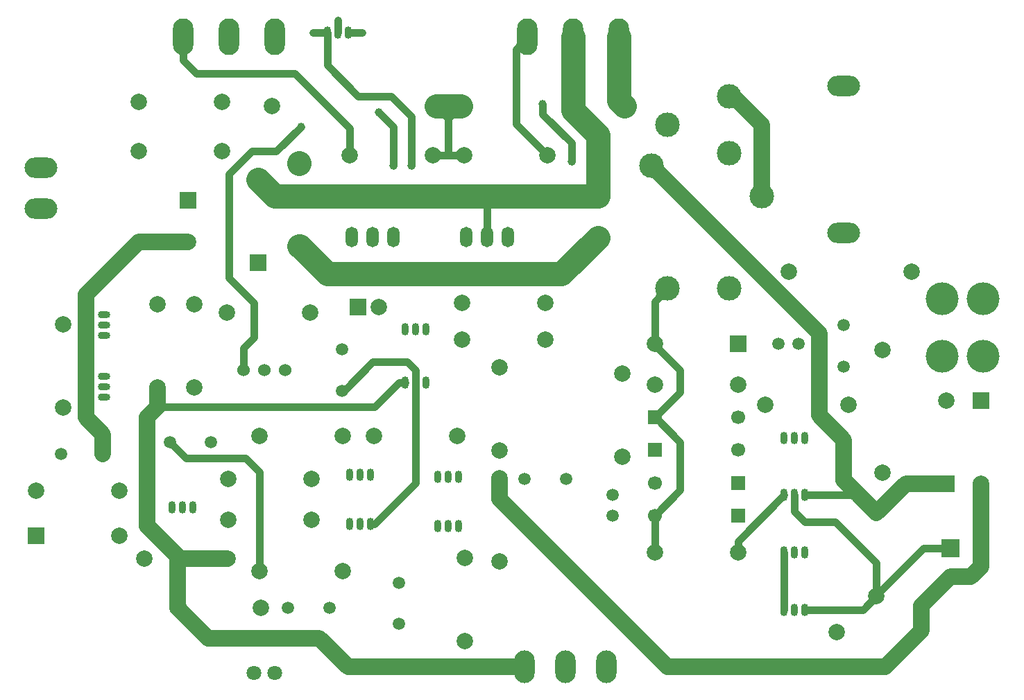
<source format=gtl>
%FSLAX46Y46*%
G04 Gerber Fmt 4.6, Leading zero omitted, Abs format (unit mm)*
G04 Created by KiCad (PCBNEW (2014-jul-16 BZR unknown)-product) date ma. 13. okt. 2014 kl. 20.08 +0200*
%MOMM*%
G01*
G04 APERTURE LIST*
%ADD10C,0.100000*%
%ADD11C,1.501140*%
%ADD12R,1.998980X1.998980*%
%ADD13C,1.998980*%
%ADD14C,1.699260*%
%ADD15R,1.699260X1.699260*%
%ADD16R,2.235200X2.235200*%
%ADD17O,0.899160X1.501140*%
%ADD18O,1.501140X0.899160*%
%ADD19O,1.501140X2.499360*%
%ADD20O,2.499360X4.500880*%
%ADD21C,1.524000*%
%ADD22O,4.000000X2.500000*%
%ADD23C,1.800000*%
%ADD24O,2.500000X4.000000*%
%ADD25C,4.000000*%
%ADD26C,1.500000*%
%ADD27C,3.000000*%
%ADD28C,1.000000*%
%ADD29C,0.500000*%
%ADD30C,0.900000*%
%ADD31C,3.000000*%
%ADD32C,2.000000*%
%ADD33C,1.000000*%
G04 APERTURE END LIST*
D10*
D11*
X122250000Y-122750000D03*
X117170000Y-122750000D03*
X123750000Y-96250000D03*
X123750000Y-91170000D03*
D12*
X125730000Y-86000000D03*
D13*
X128270000Y-86000000D03*
D11*
X89500000Y-104000000D03*
X94580000Y-104000000D03*
D12*
X105000000Y-72960000D03*
D13*
X105000000Y-78040000D03*
D11*
X146000000Y-107000000D03*
X151080000Y-107000000D03*
D12*
X155000000Y-77540000D03*
D13*
X155000000Y-72460000D03*
X96580000Y-114000000D03*
D12*
X86420000Y-114000000D03*
D13*
X118500000Y-78580000D03*
D12*
X118500000Y-68420000D03*
D13*
X113500000Y-70420000D03*
D12*
X113500000Y-80580000D03*
D14*
X161920000Y-107500000D03*
D15*
X172080000Y-107500000D03*
D14*
X172080000Y-103500000D03*
D15*
X161920000Y-103500000D03*
D14*
X161920000Y-111500000D03*
D15*
X172080000Y-111500000D03*
D14*
X172080000Y-99500000D03*
D15*
X161920000Y-99500000D03*
D13*
X161920000Y-90500000D03*
D12*
X172080000Y-90500000D03*
D13*
X197500000Y-97420000D03*
D12*
X197500000Y-107580000D03*
D13*
X201750000Y-107580000D03*
D12*
X201750000Y-97420000D03*
D13*
X98920000Y-61000000D03*
X109080000Y-61000000D03*
X98920000Y-67000000D03*
X109080000Y-67000000D03*
D16*
X198000000Y-115500000D03*
D17*
X126000000Y-112500000D03*
X124730000Y-112500000D03*
X127270000Y-112500000D03*
X136750000Y-112750000D03*
X138020000Y-112750000D03*
X135480000Y-112750000D03*
X104250000Y-110500000D03*
X102980000Y-110500000D03*
X105520000Y-110500000D03*
X136750000Y-106750000D03*
X138020000Y-106750000D03*
X135480000Y-106750000D03*
X126000000Y-106500000D03*
X124730000Y-106500000D03*
X127270000Y-106500000D03*
D18*
X94750000Y-95750000D03*
X94750000Y-97020000D03*
X94750000Y-94480000D03*
D17*
X132750000Y-95250000D03*
X134020000Y-95250000D03*
X131480000Y-95250000D03*
D18*
X94750000Y-88250000D03*
X94750000Y-89520000D03*
X94750000Y-86980000D03*
D17*
X123250000Y-52500000D03*
X121980000Y-52500000D03*
X124520000Y-52500000D03*
X132750000Y-88750000D03*
X134020000Y-88750000D03*
X131480000Y-88750000D03*
D19*
X127500000Y-77500000D03*
X124960000Y-77500000D03*
X130040000Y-77500000D03*
X141500000Y-77500000D03*
X144040000Y-77500000D03*
X138960000Y-77500000D03*
D20*
X110000000Y-53000000D03*
X104412000Y-53000000D03*
X115588000Y-53000000D03*
X152000000Y-53000000D03*
X146412000Y-53000000D03*
X157588000Y-53000000D03*
D17*
X179000000Y-123000000D03*
X177730000Y-123000000D03*
X180270000Y-123000000D03*
X179000000Y-116000000D03*
X177730000Y-116000000D03*
X180270000Y-116000000D03*
X179000000Y-109000000D03*
X177730000Y-109000000D03*
X180270000Y-109000000D03*
X179000000Y-102000000D03*
X177730000Y-102000000D03*
X180270000Y-102000000D03*
D13*
X138750000Y-126830000D03*
X138750000Y-116670000D03*
X103670000Y-122750000D03*
X113830000Y-122750000D03*
X113670000Y-118250000D03*
X123830000Y-118250000D03*
X99670000Y-116750000D03*
X109830000Y-116750000D03*
X109920000Y-112000000D03*
X120080000Y-112000000D03*
X143000000Y-117080000D03*
X143000000Y-106920000D03*
X86420000Y-108500000D03*
X96580000Y-108500000D03*
X109920000Y-107000000D03*
X120080000Y-107000000D03*
X143000000Y-103580000D03*
X143000000Y-93420000D03*
X113670000Y-101750000D03*
X123830000Y-101750000D03*
X127670000Y-101750000D03*
X137830000Y-101750000D03*
X101250000Y-85670000D03*
X101250000Y-95830000D03*
X138420000Y-90000000D03*
X148580000Y-90000000D03*
X105750000Y-85670000D03*
X105750000Y-95830000D03*
X109670000Y-86750000D03*
X119830000Y-86750000D03*
X89750000Y-98330000D03*
X89750000Y-88170000D03*
X138420000Y-85500000D03*
X148580000Y-85500000D03*
X124670000Y-67500000D03*
X134830000Y-67500000D03*
X138670000Y-67500000D03*
X148830000Y-67500000D03*
X115250000Y-61500000D03*
X135250000Y-61500000D03*
X138250000Y-61500000D03*
X158250000Y-61500000D03*
X158000000Y-94170000D03*
X158000000Y-104330000D03*
X189000000Y-121330000D03*
X189000000Y-111170000D03*
X194330000Y-125750000D03*
X184170000Y-125750000D03*
X161920000Y-116000000D03*
X172080000Y-116000000D03*
X175420000Y-98000000D03*
X185580000Y-98000000D03*
X161920000Y-95500000D03*
X172080000Y-95500000D03*
D21*
X114290000Y-93750000D03*
X116830000Y-93750000D03*
X111750000Y-93750000D03*
D22*
X87000000Y-69000000D03*
X87000000Y-74000000D03*
X185000000Y-59000000D03*
X185000000Y-77000000D03*
D23*
X113000000Y-130750000D03*
X115540000Y-130750000D03*
D24*
X146000000Y-130000000D03*
X151000000Y-130000000D03*
X156000000Y-130000000D03*
D25*
X197000000Y-92000000D03*
X202000000Y-92000000D03*
X202000000Y-85000000D03*
X197000000Y-85000000D03*
D26*
X130750000Y-124750000D03*
X130750000Y-119750000D03*
X102750000Y-102500000D03*
X107750000Y-102500000D03*
X156750000Y-109000000D03*
X156750000Y-111500000D03*
D11*
X185000000Y-88250000D03*
X185000000Y-93330000D03*
D26*
X179500000Y-90500000D03*
X177000000Y-90500000D03*
D13*
X189750000Y-91250000D03*
X189750000Y-106250000D03*
X178250000Y-81750000D03*
X193250000Y-81750000D03*
D27*
X163500000Y-83750000D03*
X171000000Y-67250000D03*
X171000000Y-60250000D03*
X163500000Y-63750000D03*
X171000000Y-83750000D03*
D28*
X132250000Y-68750000D03*
X128250000Y-62250000D03*
X130000000Y-68750000D03*
D27*
X161500000Y-68750000D03*
D28*
X151750000Y-68250000D03*
X148250000Y-61250000D03*
D27*
X175000000Y-72500000D03*
D28*
X118750000Y-64000000D03*
D29*
X123750000Y-96250000D02*
X124000000Y-96250000D01*
D30*
X124000000Y-96250000D02*
X127500000Y-92750000D01*
X127500000Y-92750000D02*
X131750000Y-92750000D01*
X131750000Y-92750000D02*
X132750000Y-93750000D01*
X132750000Y-93750000D02*
X132750000Y-95250000D01*
X127270000Y-112500000D02*
X127750000Y-112500000D01*
X127750000Y-112500000D02*
X132750000Y-107500000D01*
X132750000Y-107500000D02*
X132750000Y-95250000D01*
X121980000Y-56480000D02*
X125750000Y-60250000D01*
X125750000Y-60250000D02*
X129750000Y-60250000D01*
X129750000Y-60250000D02*
X132250000Y-62750000D01*
X132250000Y-62750000D02*
X132250000Y-68750000D01*
X121980000Y-52500000D02*
X121980000Y-56480000D01*
X121980000Y-52500000D02*
X120250000Y-52500000D01*
X128250000Y-62250000D02*
X130000000Y-64000000D01*
X130000000Y-64000000D02*
X130000000Y-68750000D01*
X124520000Y-52500000D02*
X126250000Y-52500000D01*
D29*
X189000000Y-111170000D02*
X189000000Y-111000000D01*
D31*
X118500000Y-68420000D02*
X118500000Y-68500000D01*
D32*
X197500000Y-107580000D02*
X197080000Y-107580000D01*
X193000000Y-107580000D02*
X192590000Y-107580000D01*
X192590000Y-107580000D02*
X189000000Y-111170000D01*
X197500000Y-107580000D02*
X193000000Y-107580000D01*
X186750000Y-108920000D02*
X189000000Y-111170000D01*
X185000000Y-107170000D02*
X186750000Y-108920000D01*
X185000000Y-102250000D02*
X185000000Y-107170000D01*
X182000000Y-99250000D02*
X185000000Y-102250000D01*
X182000000Y-89250000D02*
X182000000Y-99250000D01*
X161500000Y-68750000D02*
X182000000Y-89250000D01*
D30*
X186830000Y-109000000D02*
X186750000Y-109000000D01*
X186750000Y-109000000D02*
X186750000Y-108920000D01*
X180270000Y-109000000D02*
X186830000Y-109000000D01*
D33*
X161920000Y-99500000D02*
X162000000Y-99500000D01*
D30*
X162000000Y-99500000D02*
X165000000Y-102500000D01*
X165000000Y-108420000D02*
X161920000Y-111500000D01*
X165000000Y-102500000D02*
X165000000Y-108420000D01*
X161920000Y-111500000D02*
X161920000Y-113500000D01*
X161920000Y-113500000D02*
X161920000Y-116000000D01*
D33*
X161920000Y-90500000D02*
X161920000Y-90670000D01*
D30*
X161920000Y-90670000D02*
X165000000Y-93750000D01*
X165000000Y-96420000D02*
X161920000Y-99500000D01*
X165000000Y-93750000D02*
X165000000Y-96420000D01*
D32*
X94580000Y-101580000D02*
X92500000Y-99500000D01*
X92500000Y-99500000D02*
X92500000Y-84500000D01*
X92500000Y-84500000D02*
X98960000Y-78040000D01*
X98960000Y-78040000D02*
X105000000Y-78040000D01*
X94580000Y-104000000D02*
X94580000Y-101580000D01*
D31*
X150540000Y-82000000D02*
X155000000Y-77540000D01*
X122000000Y-82000000D02*
X150540000Y-82000000D01*
X118580000Y-78580000D02*
X122000000Y-82000000D01*
X118500000Y-78580000D02*
X118580000Y-78580000D01*
D30*
X161920000Y-85330000D02*
X163500000Y-83750000D01*
X161920000Y-90500000D02*
X161920000Y-85330000D01*
X141500000Y-77500000D02*
X141500000Y-72460000D01*
D33*
X141500000Y-72460000D02*
X141500000Y-72500000D01*
X141500000Y-72500000D02*
X141500000Y-72460000D01*
D31*
X152000000Y-62000000D02*
X152000000Y-53000000D01*
X155000000Y-65000000D02*
X152000000Y-62000000D01*
X155000000Y-72460000D02*
X155000000Y-65000000D01*
X115540000Y-72460000D02*
X113500000Y-70420000D01*
X155000000Y-72460000D02*
X141500000Y-72460000D01*
X141500000Y-72460000D02*
X115540000Y-72460000D01*
D32*
X194500000Y-122500000D02*
X198000000Y-119000000D01*
X194500000Y-125580000D02*
X194500000Y-122500000D01*
X201750000Y-117750000D02*
X201750000Y-107580000D01*
X200500000Y-119000000D02*
X201750000Y-117750000D01*
X198000000Y-119000000D02*
X200500000Y-119000000D01*
X143000000Y-109500000D02*
X163500000Y-130000000D01*
X170000000Y-130000000D02*
X190080000Y-130000000D01*
X163500000Y-130000000D02*
X170000000Y-130000000D01*
X190080000Y-130000000D02*
X194500000Y-125580000D01*
X143000000Y-106920000D02*
X143000000Y-109500000D01*
D30*
X151750000Y-68250000D02*
X151750000Y-66000000D01*
X151750000Y-66000000D02*
X148250000Y-62500000D01*
X148250000Y-62500000D02*
X148250000Y-61250000D01*
X136750000Y-63000000D02*
X138250000Y-61500000D01*
X136750000Y-67500000D02*
X136750000Y-63000000D01*
X136750000Y-63000000D02*
X135250000Y-61500000D01*
X138670000Y-67500000D02*
X136750000Y-67500000D01*
X136750000Y-67500000D02*
X134830000Y-67500000D01*
D31*
X135250000Y-61500000D02*
X138250000Y-61500000D01*
D32*
X171500000Y-60250000D02*
X171000000Y-60250000D01*
X175000000Y-72500000D02*
X175000000Y-63750000D01*
X175000000Y-63750000D02*
X171500000Y-60250000D01*
X124500000Y-130000000D02*
X121000000Y-126500000D01*
X121000000Y-126500000D02*
X107420000Y-126500000D01*
X107420000Y-126500000D02*
X103670000Y-122750000D01*
X146000000Y-130000000D02*
X124500000Y-130000000D01*
X103670000Y-122750000D02*
X103830000Y-122750000D01*
X101250000Y-95830000D02*
X101250000Y-98250000D01*
D30*
X127750000Y-98250000D02*
X101250000Y-98250000D01*
X131480000Y-95250000D02*
X130750000Y-95250000D01*
X130750000Y-95250000D02*
X127750000Y-98250000D01*
D32*
X103670000Y-116420000D02*
X100000000Y-112750000D01*
X100000000Y-112750000D02*
X100000000Y-99500000D01*
X100000000Y-99500000D02*
X101250000Y-98250000D01*
X103670000Y-117000000D02*
X103670000Y-116420000D01*
X103670000Y-122750000D02*
X103670000Y-117000000D01*
X103670000Y-116750000D02*
X103920000Y-117000000D01*
X103920000Y-117000000D02*
X104000000Y-117000000D01*
X104000000Y-117000000D02*
X103670000Y-117000000D01*
X109830000Y-116750000D02*
X103670000Y-116750000D01*
D29*
X189000000Y-121330000D02*
X189000000Y-121250000D01*
D30*
X189000000Y-121250000D02*
X194750000Y-115500000D01*
X194750000Y-115500000D02*
X198000000Y-115500000D01*
X180270000Y-123000000D02*
X187330000Y-123000000D01*
X187330000Y-123000000D02*
X189000000Y-121330000D01*
X180250000Y-112250000D02*
X184000000Y-112250000D01*
X179000000Y-111000000D02*
X180250000Y-112250000D01*
X179000000Y-109000000D02*
X179000000Y-111000000D01*
X189000000Y-117250000D02*
X189000000Y-121330000D01*
X184000000Y-112250000D02*
X189000000Y-117250000D01*
D29*
X109420000Y-107500000D02*
X109920000Y-107000000D01*
D30*
X118750000Y-64000000D02*
X115750000Y-67000000D01*
X115750000Y-67000000D02*
X112750000Y-67000000D01*
X112750000Y-67000000D02*
X110000000Y-69750000D01*
X110000000Y-69750000D02*
X110000000Y-82500000D01*
X110000000Y-82500000D02*
X113000000Y-85500000D01*
X113000000Y-85500000D02*
X113000000Y-89750000D01*
X113000000Y-89750000D02*
X111750000Y-91000000D01*
X111750000Y-91000000D02*
X111750000Y-93750000D01*
X123250000Y-52500000D02*
X123250000Y-51000000D01*
X124670000Y-67500000D02*
X124670000Y-64170000D01*
X124670000Y-64170000D02*
X118000000Y-57500000D01*
X118000000Y-57500000D02*
X106000000Y-57500000D01*
X106000000Y-57500000D02*
X104412000Y-55912000D01*
X104412000Y-55912000D02*
X104412000Y-53000000D01*
D33*
X146412000Y-53000000D02*
X146412000Y-53088000D01*
D30*
X146412000Y-53088000D02*
X145000000Y-54500000D01*
X145000000Y-63670000D02*
X148830000Y-67500000D01*
X145000000Y-54500000D02*
X145000000Y-63670000D01*
D31*
X157588000Y-60838000D02*
X158250000Y-61500000D01*
X157588000Y-53000000D02*
X157588000Y-60838000D01*
D30*
X177730000Y-123000000D02*
X177730000Y-116000000D01*
X172080000Y-116000000D02*
X172080000Y-114650000D01*
X172080000Y-114650000D02*
X177730000Y-109000000D01*
X113670000Y-118250000D02*
X113670000Y-106170000D01*
X113670000Y-106170000D02*
X112000000Y-104500000D01*
X112000000Y-104500000D02*
X104750000Y-104500000D01*
X104750000Y-104500000D02*
X102750000Y-102500000D01*
M02*

</source>
